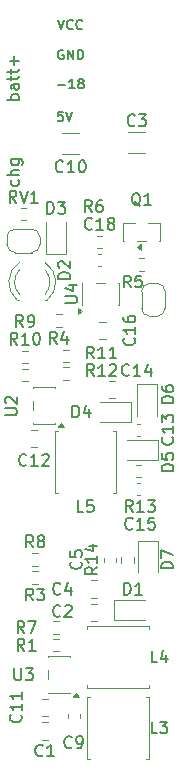
<source format=gbr>
%TF.GenerationSoftware,KiCad,Pcbnew,9.0.5*%
%TF.CreationDate,2025-10-29T21:47:57+01:00*%
%TF.ProjectId,GB_DMG_PSU,47425f44-4d47-45f5-9053-552e6b696361,rev?*%
%TF.SameCoordinates,Original*%
%TF.FileFunction,Legend,Top*%
%TF.FilePolarity,Positive*%
%FSLAX46Y46*%
G04 Gerber Fmt 4.6, Leading zero omitted, Abs format (unit mm)*
G04 Created by KiCad (PCBNEW 9.0.5) date 2025-10-29 21:47:57*
%MOMM*%
%LPD*%
G01*
G04 APERTURE LIST*
%ADD10C,0.200000*%
%ADD11C,0.150000*%
%ADD12C,0.120000*%
G04 APERTURE END LIST*
D10*
X74433333Y-32304933D02*
X75042857Y-32304933D01*
X75842856Y-32609695D02*
X75385713Y-32609695D01*
X75614285Y-32609695D02*
X75614285Y-31809695D01*
X75614285Y-31809695D02*
X75538094Y-31923980D01*
X75538094Y-31923980D02*
X75461904Y-32000171D01*
X75461904Y-32000171D02*
X75385713Y-32038266D01*
X76299999Y-32152552D02*
X76223809Y-32114457D01*
X76223809Y-32114457D02*
X76185714Y-32076361D01*
X76185714Y-32076361D02*
X76147618Y-32000171D01*
X76147618Y-32000171D02*
X76147618Y-31962076D01*
X76147618Y-31962076D02*
X76185714Y-31885885D01*
X76185714Y-31885885D02*
X76223809Y-31847790D01*
X76223809Y-31847790D02*
X76299999Y-31809695D01*
X76299999Y-31809695D02*
X76452380Y-31809695D01*
X76452380Y-31809695D02*
X76528571Y-31847790D01*
X76528571Y-31847790D02*
X76566666Y-31885885D01*
X76566666Y-31885885D02*
X76604761Y-31962076D01*
X76604761Y-31962076D02*
X76604761Y-32000171D01*
X76604761Y-32000171D02*
X76566666Y-32076361D01*
X76566666Y-32076361D02*
X76528571Y-32114457D01*
X76528571Y-32114457D02*
X76452380Y-32152552D01*
X76452380Y-32152552D02*
X76299999Y-32152552D01*
X76299999Y-32152552D02*
X76223809Y-32190647D01*
X76223809Y-32190647D02*
X76185714Y-32228742D01*
X76185714Y-32228742D02*
X76147618Y-32304933D01*
X76147618Y-32304933D02*
X76147618Y-32457314D01*
X76147618Y-32457314D02*
X76185714Y-32533504D01*
X76185714Y-32533504D02*
X76223809Y-32571600D01*
X76223809Y-32571600D02*
X76299999Y-32609695D01*
X76299999Y-32609695D02*
X76452380Y-32609695D01*
X76452380Y-32609695D02*
X76528571Y-32571600D01*
X76528571Y-32571600D02*
X76566666Y-32533504D01*
X76566666Y-32533504D02*
X76604761Y-32457314D01*
X76604761Y-32457314D02*
X76604761Y-32304933D01*
X76604761Y-32304933D02*
X76566666Y-32228742D01*
X76566666Y-32228742D02*
X76528571Y-32190647D01*
X76528571Y-32190647D02*
X76452380Y-32152552D01*
X74890476Y-29347790D02*
X74814286Y-29309695D01*
X74814286Y-29309695D02*
X74700000Y-29309695D01*
X74700000Y-29309695D02*
X74585714Y-29347790D01*
X74585714Y-29347790D02*
X74509524Y-29423980D01*
X74509524Y-29423980D02*
X74471429Y-29500171D01*
X74471429Y-29500171D02*
X74433333Y-29652552D01*
X74433333Y-29652552D02*
X74433333Y-29766838D01*
X74433333Y-29766838D02*
X74471429Y-29919219D01*
X74471429Y-29919219D02*
X74509524Y-29995409D01*
X74509524Y-29995409D02*
X74585714Y-30071600D01*
X74585714Y-30071600D02*
X74700000Y-30109695D01*
X74700000Y-30109695D02*
X74776191Y-30109695D01*
X74776191Y-30109695D02*
X74890476Y-30071600D01*
X74890476Y-30071600D02*
X74928572Y-30033504D01*
X74928572Y-30033504D02*
X74928572Y-29766838D01*
X74928572Y-29766838D02*
X74776191Y-29766838D01*
X75271429Y-30109695D02*
X75271429Y-29309695D01*
X75271429Y-29309695D02*
X75728572Y-30109695D01*
X75728572Y-30109695D02*
X75728572Y-29309695D01*
X76109524Y-30109695D02*
X76109524Y-29309695D01*
X76109524Y-29309695D02*
X76300000Y-29309695D01*
X76300000Y-29309695D02*
X76414286Y-29347790D01*
X76414286Y-29347790D02*
X76490476Y-29423980D01*
X76490476Y-29423980D02*
X76528571Y-29500171D01*
X76528571Y-29500171D02*
X76566667Y-29652552D01*
X76566667Y-29652552D02*
X76566667Y-29766838D01*
X76566667Y-29766838D02*
X76528571Y-29919219D01*
X76528571Y-29919219D02*
X76490476Y-29995409D01*
X76490476Y-29995409D02*
X76414286Y-30071600D01*
X76414286Y-30071600D02*
X76300000Y-30109695D01*
X76300000Y-30109695D02*
X76109524Y-30109695D01*
X71069600Y-40381578D02*
X71117219Y-40476816D01*
X71117219Y-40476816D02*
X71117219Y-40667292D01*
X71117219Y-40667292D02*
X71069600Y-40762530D01*
X71069600Y-40762530D02*
X71021980Y-40810149D01*
X71021980Y-40810149D02*
X70926742Y-40857768D01*
X70926742Y-40857768D02*
X70641028Y-40857768D01*
X70641028Y-40857768D02*
X70545790Y-40810149D01*
X70545790Y-40810149D02*
X70498171Y-40762530D01*
X70498171Y-40762530D02*
X70450552Y-40667292D01*
X70450552Y-40667292D02*
X70450552Y-40476816D01*
X70450552Y-40476816D02*
X70498171Y-40381578D01*
X71117219Y-39953006D02*
X70117219Y-39953006D01*
X71117219Y-39524435D02*
X70593409Y-39524435D01*
X70593409Y-39524435D02*
X70498171Y-39572054D01*
X70498171Y-39572054D02*
X70450552Y-39667292D01*
X70450552Y-39667292D02*
X70450552Y-39810149D01*
X70450552Y-39810149D02*
X70498171Y-39905387D01*
X70498171Y-39905387D02*
X70545790Y-39953006D01*
X70450552Y-38619673D02*
X71260076Y-38619673D01*
X71260076Y-38619673D02*
X71355314Y-38667292D01*
X71355314Y-38667292D02*
X71402933Y-38714911D01*
X71402933Y-38714911D02*
X71450552Y-38810149D01*
X71450552Y-38810149D02*
X71450552Y-38953006D01*
X71450552Y-38953006D02*
X71402933Y-39048244D01*
X71069600Y-38619673D02*
X71117219Y-38714911D01*
X71117219Y-38714911D02*
X71117219Y-38905387D01*
X71117219Y-38905387D02*
X71069600Y-39000625D01*
X71069600Y-39000625D02*
X71021980Y-39048244D01*
X71021980Y-39048244D02*
X70926742Y-39095863D01*
X70926742Y-39095863D02*
X70641028Y-39095863D01*
X70641028Y-39095863D02*
X70545790Y-39048244D01*
X70545790Y-39048244D02*
X70498171Y-39000625D01*
X70498171Y-39000625D02*
X70450552Y-38905387D01*
X70450552Y-38905387D02*
X70450552Y-38714911D01*
X70450552Y-38714911D02*
X70498171Y-38619673D01*
X74847619Y-34559695D02*
X74466667Y-34559695D01*
X74466667Y-34559695D02*
X74428571Y-34940647D01*
X74428571Y-34940647D02*
X74466667Y-34902552D01*
X74466667Y-34902552D02*
X74542857Y-34864457D01*
X74542857Y-34864457D02*
X74733333Y-34864457D01*
X74733333Y-34864457D02*
X74809524Y-34902552D01*
X74809524Y-34902552D02*
X74847619Y-34940647D01*
X74847619Y-34940647D02*
X74885714Y-35016838D01*
X74885714Y-35016838D02*
X74885714Y-35207314D01*
X74885714Y-35207314D02*
X74847619Y-35283504D01*
X74847619Y-35283504D02*
X74809524Y-35321600D01*
X74809524Y-35321600D02*
X74733333Y-35359695D01*
X74733333Y-35359695D02*
X74542857Y-35359695D01*
X74542857Y-35359695D02*
X74466667Y-35321600D01*
X74466667Y-35321600D02*
X74428571Y-35283504D01*
X75114286Y-34559695D02*
X75380953Y-35359695D01*
X75380953Y-35359695D02*
X75647619Y-34559695D01*
X71117219Y-33583959D02*
X70117219Y-33583959D01*
X70498171Y-33583959D02*
X70450552Y-33488721D01*
X70450552Y-33488721D02*
X70450552Y-33298245D01*
X70450552Y-33298245D02*
X70498171Y-33203007D01*
X70498171Y-33203007D02*
X70545790Y-33155388D01*
X70545790Y-33155388D02*
X70641028Y-33107769D01*
X70641028Y-33107769D02*
X70926742Y-33107769D01*
X70926742Y-33107769D02*
X71021980Y-33155388D01*
X71021980Y-33155388D02*
X71069600Y-33203007D01*
X71069600Y-33203007D02*
X71117219Y-33298245D01*
X71117219Y-33298245D02*
X71117219Y-33488721D01*
X71117219Y-33488721D02*
X71069600Y-33583959D01*
X71117219Y-32250626D02*
X70593409Y-32250626D01*
X70593409Y-32250626D02*
X70498171Y-32298245D01*
X70498171Y-32298245D02*
X70450552Y-32393483D01*
X70450552Y-32393483D02*
X70450552Y-32583959D01*
X70450552Y-32583959D02*
X70498171Y-32679197D01*
X71069600Y-32250626D02*
X71117219Y-32345864D01*
X71117219Y-32345864D02*
X71117219Y-32583959D01*
X71117219Y-32583959D02*
X71069600Y-32679197D01*
X71069600Y-32679197D02*
X70974361Y-32726816D01*
X70974361Y-32726816D02*
X70879123Y-32726816D01*
X70879123Y-32726816D02*
X70783885Y-32679197D01*
X70783885Y-32679197D02*
X70736266Y-32583959D01*
X70736266Y-32583959D02*
X70736266Y-32345864D01*
X70736266Y-32345864D02*
X70688647Y-32250626D01*
X70450552Y-31917292D02*
X70450552Y-31536340D01*
X70117219Y-31774435D02*
X70974361Y-31774435D01*
X70974361Y-31774435D02*
X71069600Y-31726816D01*
X71069600Y-31726816D02*
X71117219Y-31631578D01*
X71117219Y-31631578D02*
X71117219Y-31536340D01*
X70450552Y-31345863D02*
X70450552Y-30964911D01*
X70117219Y-31203006D02*
X70974361Y-31203006D01*
X70974361Y-31203006D02*
X71069600Y-31155387D01*
X71069600Y-31155387D02*
X71117219Y-31060149D01*
X71117219Y-31060149D02*
X71117219Y-30964911D01*
X70736266Y-30631577D02*
X70736266Y-29869673D01*
X71117219Y-30250625D02*
X70355314Y-30250625D01*
X74433333Y-26809695D02*
X74700000Y-27609695D01*
X74700000Y-27609695D02*
X74966666Y-26809695D01*
X75690476Y-27533504D02*
X75652380Y-27571600D01*
X75652380Y-27571600D02*
X75538095Y-27609695D01*
X75538095Y-27609695D02*
X75461904Y-27609695D01*
X75461904Y-27609695D02*
X75347618Y-27571600D01*
X75347618Y-27571600D02*
X75271428Y-27495409D01*
X75271428Y-27495409D02*
X75233333Y-27419219D01*
X75233333Y-27419219D02*
X75195237Y-27266838D01*
X75195237Y-27266838D02*
X75195237Y-27152552D01*
X75195237Y-27152552D02*
X75233333Y-27000171D01*
X75233333Y-27000171D02*
X75271428Y-26923980D01*
X75271428Y-26923980D02*
X75347618Y-26847790D01*
X75347618Y-26847790D02*
X75461904Y-26809695D01*
X75461904Y-26809695D02*
X75538095Y-26809695D01*
X75538095Y-26809695D02*
X75652380Y-26847790D01*
X75652380Y-26847790D02*
X75690476Y-26885885D01*
X76490476Y-27533504D02*
X76452380Y-27571600D01*
X76452380Y-27571600D02*
X76338095Y-27609695D01*
X76338095Y-27609695D02*
X76261904Y-27609695D01*
X76261904Y-27609695D02*
X76147618Y-27571600D01*
X76147618Y-27571600D02*
X76071428Y-27495409D01*
X76071428Y-27495409D02*
X76033333Y-27419219D01*
X76033333Y-27419219D02*
X75995237Y-27266838D01*
X75995237Y-27266838D02*
X75995237Y-27152552D01*
X75995237Y-27152552D02*
X76033333Y-27000171D01*
X76033333Y-27000171D02*
X76071428Y-26923980D01*
X76071428Y-26923980D02*
X76147618Y-26847790D01*
X76147618Y-26847790D02*
X76261904Y-26809695D01*
X76261904Y-26809695D02*
X76338095Y-26809695D01*
X76338095Y-26809695D02*
X76452380Y-26847790D01*
X76452380Y-26847790D02*
X76490476Y-26885885D01*
D11*
X80933333Y-35709580D02*
X80885714Y-35757200D01*
X80885714Y-35757200D02*
X80742857Y-35804819D01*
X80742857Y-35804819D02*
X80647619Y-35804819D01*
X80647619Y-35804819D02*
X80504762Y-35757200D01*
X80504762Y-35757200D02*
X80409524Y-35661961D01*
X80409524Y-35661961D02*
X80361905Y-35566723D01*
X80361905Y-35566723D02*
X80314286Y-35376247D01*
X80314286Y-35376247D02*
X80314286Y-35233390D01*
X80314286Y-35233390D02*
X80361905Y-35042914D01*
X80361905Y-35042914D02*
X80409524Y-34947676D01*
X80409524Y-34947676D02*
X80504762Y-34852438D01*
X80504762Y-34852438D02*
X80647619Y-34804819D01*
X80647619Y-34804819D02*
X80742857Y-34804819D01*
X80742857Y-34804819D02*
X80885714Y-34852438D01*
X80885714Y-34852438D02*
X80933333Y-34900057D01*
X81266667Y-34804819D02*
X81885714Y-34804819D01*
X81885714Y-34804819D02*
X81552381Y-35185771D01*
X81552381Y-35185771D02*
X81695238Y-35185771D01*
X81695238Y-35185771D02*
X81790476Y-35233390D01*
X81790476Y-35233390D02*
X81838095Y-35281009D01*
X81838095Y-35281009D02*
X81885714Y-35376247D01*
X81885714Y-35376247D02*
X81885714Y-35614342D01*
X81885714Y-35614342D02*
X81838095Y-35709580D01*
X81838095Y-35709580D02*
X81790476Y-35757200D01*
X81790476Y-35757200D02*
X81695238Y-35804819D01*
X81695238Y-35804819D02*
X81409524Y-35804819D01*
X81409524Y-35804819D02*
X81314286Y-35757200D01*
X81314286Y-35757200D02*
X81266667Y-35709580D01*
X76359580Y-72666666D02*
X76407200Y-72714285D01*
X76407200Y-72714285D02*
X76454819Y-72857142D01*
X76454819Y-72857142D02*
X76454819Y-72952380D01*
X76454819Y-72952380D02*
X76407200Y-73095237D01*
X76407200Y-73095237D02*
X76311961Y-73190475D01*
X76311961Y-73190475D02*
X76216723Y-73238094D01*
X76216723Y-73238094D02*
X76026247Y-73285713D01*
X76026247Y-73285713D02*
X75883390Y-73285713D01*
X75883390Y-73285713D02*
X75692914Y-73238094D01*
X75692914Y-73238094D02*
X75597676Y-73190475D01*
X75597676Y-73190475D02*
X75502438Y-73095237D01*
X75502438Y-73095237D02*
X75454819Y-72952380D01*
X75454819Y-72952380D02*
X75454819Y-72857142D01*
X75454819Y-72857142D02*
X75502438Y-72714285D01*
X75502438Y-72714285D02*
X75550057Y-72666666D01*
X75454819Y-71761904D02*
X75454819Y-72238094D01*
X75454819Y-72238094D02*
X75931009Y-72285713D01*
X75931009Y-72285713D02*
X75883390Y-72238094D01*
X75883390Y-72238094D02*
X75835771Y-72142856D01*
X75835771Y-72142856D02*
X75835771Y-71904761D01*
X75835771Y-71904761D02*
X75883390Y-71809523D01*
X75883390Y-71809523D02*
X75931009Y-71761904D01*
X75931009Y-71761904D02*
X76026247Y-71714285D01*
X76026247Y-71714285D02*
X76264342Y-71714285D01*
X76264342Y-71714285D02*
X76359580Y-71761904D01*
X76359580Y-71761904D02*
X76407200Y-71809523D01*
X76407200Y-71809523D02*
X76454819Y-71904761D01*
X76454819Y-71904761D02*
X76454819Y-72142856D01*
X76454819Y-72142856D02*
X76407200Y-72238094D01*
X76407200Y-72238094D02*
X76359580Y-72285713D01*
X80457142Y-56859580D02*
X80409523Y-56907200D01*
X80409523Y-56907200D02*
X80266666Y-56954819D01*
X80266666Y-56954819D02*
X80171428Y-56954819D01*
X80171428Y-56954819D02*
X80028571Y-56907200D01*
X80028571Y-56907200D02*
X79933333Y-56811961D01*
X79933333Y-56811961D02*
X79885714Y-56716723D01*
X79885714Y-56716723D02*
X79838095Y-56526247D01*
X79838095Y-56526247D02*
X79838095Y-56383390D01*
X79838095Y-56383390D02*
X79885714Y-56192914D01*
X79885714Y-56192914D02*
X79933333Y-56097676D01*
X79933333Y-56097676D02*
X80028571Y-56002438D01*
X80028571Y-56002438D02*
X80171428Y-55954819D01*
X80171428Y-55954819D02*
X80266666Y-55954819D01*
X80266666Y-55954819D02*
X80409523Y-56002438D01*
X80409523Y-56002438D02*
X80457142Y-56050057D01*
X81409523Y-56954819D02*
X80838095Y-56954819D01*
X81123809Y-56954819D02*
X81123809Y-55954819D01*
X81123809Y-55954819D02*
X81028571Y-56097676D01*
X81028571Y-56097676D02*
X80933333Y-56192914D01*
X80933333Y-56192914D02*
X80838095Y-56240533D01*
X82266666Y-56288152D02*
X82266666Y-56954819D01*
X82028571Y-55907200D02*
X81790476Y-56621485D01*
X81790476Y-56621485D02*
X82409523Y-56621485D01*
X80740490Y-69859580D02*
X80692871Y-69907200D01*
X80692871Y-69907200D02*
X80550014Y-69954819D01*
X80550014Y-69954819D02*
X80454776Y-69954819D01*
X80454776Y-69954819D02*
X80311919Y-69907200D01*
X80311919Y-69907200D02*
X80216681Y-69811961D01*
X80216681Y-69811961D02*
X80169062Y-69716723D01*
X80169062Y-69716723D02*
X80121443Y-69526247D01*
X80121443Y-69526247D02*
X80121443Y-69383390D01*
X80121443Y-69383390D02*
X80169062Y-69192914D01*
X80169062Y-69192914D02*
X80216681Y-69097676D01*
X80216681Y-69097676D02*
X80311919Y-69002438D01*
X80311919Y-69002438D02*
X80454776Y-68954819D01*
X80454776Y-68954819D02*
X80550014Y-68954819D01*
X80550014Y-68954819D02*
X80692871Y-69002438D01*
X80692871Y-69002438D02*
X80740490Y-69050057D01*
X81692871Y-69954819D02*
X81121443Y-69954819D01*
X81407157Y-69954819D02*
X81407157Y-68954819D01*
X81407157Y-68954819D02*
X81311919Y-69097676D01*
X81311919Y-69097676D02*
X81216681Y-69192914D01*
X81216681Y-69192914D02*
X81121443Y-69240533D01*
X82597633Y-68954819D02*
X82121443Y-68954819D01*
X82121443Y-68954819D02*
X82073824Y-69431009D01*
X82073824Y-69431009D02*
X82121443Y-69383390D01*
X82121443Y-69383390D02*
X82216681Y-69335771D01*
X82216681Y-69335771D02*
X82454776Y-69335771D01*
X82454776Y-69335771D02*
X82550014Y-69383390D01*
X82550014Y-69383390D02*
X82597633Y-69431009D01*
X82597633Y-69431009D02*
X82645252Y-69526247D01*
X82645252Y-69526247D02*
X82645252Y-69764342D01*
X82645252Y-69764342D02*
X82597633Y-69859580D01*
X82597633Y-69859580D02*
X82550014Y-69907200D01*
X82550014Y-69907200D02*
X82454776Y-69954819D01*
X82454776Y-69954819D02*
X82216681Y-69954819D01*
X82216681Y-69954819D02*
X82121443Y-69907200D01*
X82121443Y-69907200D02*
X82073824Y-69859580D01*
X84154819Y-73238094D02*
X83154819Y-73238094D01*
X83154819Y-73238094D02*
X83154819Y-72999999D01*
X83154819Y-72999999D02*
X83202438Y-72857142D01*
X83202438Y-72857142D02*
X83297676Y-72761904D01*
X83297676Y-72761904D02*
X83392914Y-72714285D01*
X83392914Y-72714285D02*
X83583390Y-72666666D01*
X83583390Y-72666666D02*
X83726247Y-72666666D01*
X83726247Y-72666666D02*
X83916723Y-72714285D01*
X83916723Y-72714285D02*
X84011961Y-72761904D01*
X84011961Y-72761904D02*
X84107200Y-72857142D01*
X84107200Y-72857142D02*
X84154819Y-72999999D01*
X84154819Y-72999999D02*
X84154819Y-73238094D01*
X83154819Y-72333332D02*
X83154819Y-71666666D01*
X83154819Y-71666666D02*
X84154819Y-72095237D01*
X73511905Y-43204819D02*
X73511905Y-42204819D01*
X73511905Y-42204819D02*
X73750000Y-42204819D01*
X73750000Y-42204819D02*
X73892857Y-42252438D01*
X73892857Y-42252438D02*
X73988095Y-42347676D01*
X73988095Y-42347676D02*
X74035714Y-42442914D01*
X74035714Y-42442914D02*
X74083333Y-42633390D01*
X74083333Y-42633390D02*
X74083333Y-42776247D01*
X74083333Y-42776247D02*
X74035714Y-42966723D01*
X74035714Y-42966723D02*
X73988095Y-43061961D01*
X73988095Y-43061961D02*
X73892857Y-43157200D01*
X73892857Y-43157200D02*
X73750000Y-43204819D01*
X73750000Y-43204819D02*
X73511905Y-43204819D01*
X74416667Y-42204819D02*
X75035714Y-42204819D01*
X75035714Y-42204819D02*
X74702381Y-42585771D01*
X74702381Y-42585771D02*
X74845238Y-42585771D01*
X74845238Y-42585771D02*
X74940476Y-42633390D01*
X74940476Y-42633390D02*
X74988095Y-42681009D01*
X74988095Y-42681009D02*
X75035714Y-42776247D01*
X75035714Y-42776247D02*
X75035714Y-43014342D01*
X75035714Y-43014342D02*
X74988095Y-43109580D01*
X74988095Y-43109580D02*
X74940476Y-43157200D01*
X74940476Y-43157200D02*
X74845238Y-43204819D01*
X74845238Y-43204819D02*
X74559524Y-43204819D01*
X74559524Y-43204819D02*
X74464286Y-43157200D01*
X74464286Y-43157200D02*
X74416667Y-43109580D01*
X71466681Y-52800645D02*
X71133348Y-52324454D01*
X70895253Y-52800645D02*
X70895253Y-51800645D01*
X70895253Y-51800645D02*
X71276205Y-51800645D01*
X71276205Y-51800645D02*
X71371443Y-51848264D01*
X71371443Y-51848264D02*
X71419062Y-51895883D01*
X71419062Y-51895883D02*
X71466681Y-51991121D01*
X71466681Y-51991121D02*
X71466681Y-52133978D01*
X71466681Y-52133978D02*
X71419062Y-52229216D01*
X71419062Y-52229216D02*
X71371443Y-52276835D01*
X71371443Y-52276835D02*
X71276205Y-52324454D01*
X71276205Y-52324454D02*
X70895253Y-52324454D01*
X71942872Y-52800645D02*
X72133348Y-52800645D01*
X72133348Y-52800645D02*
X72228586Y-52753026D01*
X72228586Y-52753026D02*
X72276205Y-52705406D01*
X72276205Y-52705406D02*
X72371443Y-52562549D01*
X72371443Y-52562549D02*
X72419062Y-52372073D01*
X72419062Y-52372073D02*
X72419062Y-51991121D01*
X72419062Y-51991121D02*
X72371443Y-51895883D01*
X72371443Y-51895883D02*
X72323824Y-51848264D01*
X72323824Y-51848264D02*
X72228586Y-51800645D01*
X72228586Y-51800645D02*
X72038110Y-51800645D01*
X72038110Y-51800645D02*
X71942872Y-51848264D01*
X71942872Y-51848264D02*
X71895253Y-51895883D01*
X71895253Y-51895883D02*
X71847634Y-51991121D01*
X71847634Y-51991121D02*
X71847634Y-52229216D01*
X71847634Y-52229216D02*
X71895253Y-52324454D01*
X71895253Y-52324454D02*
X71942872Y-52372073D01*
X71942872Y-52372073D02*
X72038110Y-52419692D01*
X72038110Y-52419692D02*
X72228586Y-52419692D01*
X72228586Y-52419692D02*
X72323824Y-52372073D01*
X72323824Y-52372073D02*
X72371443Y-52324454D01*
X72371443Y-52324454D02*
X72419062Y-52229216D01*
X80011905Y-75454819D02*
X80011905Y-74454819D01*
X80011905Y-74454819D02*
X80250000Y-74454819D01*
X80250000Y-74454819D02*
X80392857Y-74502438D01*
X80392857Y-74502438D02*
X80488095Y-74597676D01*
X80488095Y-74597676D02*
X80535714Y-74692914D01*
X80535714Y-74692914D02*
X80583333Y-74883390D01*
X80583333Y-74883390D02*
X80583333Y-75026247D01*
X80583333Y-75026247D02*
X80535714Y-75216723D01*
X80535714Y-75216723D02*
X80488095Y-75311961D01*
X80488095Y-75311961D02*
X80392857Y-75407200D01*
X80392857Y-75407200D02*
X80250000Y-75454819D01*
X80250000Y-75454819D02*
X80011905Y-75454819D01*
X81535714Y-75454819D02*
X80964286Y-75454819D01*
X81250000Y-75454819D02*
X81250000Y-74454819D01*
X81250000Y-74454819D02*
X81154762Y-74597676D01*
X81154762Y-74597676D02*
X81059524Y-74692914D01*
X81059524Y-74692914D02*
X80964286Y-74740533D01*
X76583333Y-68454819D02*
X76107143Y-68454819D01*
X76107143Y-68454819D02*
X76107143Y-67454819D01*
X77392857Y-67454819D02*
X76916667Y-67454819D01*
X76916667Y-67454819D02*
X76869048Y-67931009D01*
X76869048Y-67931009D02*
X76916667Y-67883390D01*
X76916667Y-67883390D02*
X77011905Y-67835771D01*
X77011905Y-67835771D02*
X77250000Y-67835771D01*
X77250000Y-67835771D02*
X77345238Y-67883390D01*
X77345238Y-67883390D02*
X77392857Y-67931009D01*
X77392857Y-67931009D02*
X77440476Y-68026247D01*
X77440476Y-68026247D02*
X77440476Y-68264342D01*
X77440476Y-68264342D02*
X77392857Y-68359580D01*
X77392857Y-68359580D02*
X77345238Y-68407200D01*
X77345238Y-68407200D02*
X77250000Y-68454819D01*
X77250000Y-68454819D02*
X77011905Y-68454819D01*
X77011905Y-68454819D02*
X76916667Y-68407200D01*
X76916667Y-68407200D02*
X76869048Y-68359580D01*
X71757142Y-64459580D02*
X71709523Y-64507200D01*
X71709523Y-64507200D02*
X71566666Y-64554819D01*
X71566666Y-64554819D02*
X71471428Y-64554819D01*
X71471428Y-64554819D02*
X71328571Y-64507200D01*
X71328571Y-64507200D02*
X71233333Y-64411961D01*
X71233333Y-64411961D02*
X71185714Y-64316723D01*
X71185714Y-64316723D02*
X71138095Y-64126247D01*
X71138095Y-64126247D02*
X71138095Y-63983390D01*
X71138095Y-63983390D02*
X71185714Y-63792914D01*
X71185714Y-63792914D02*
X71233333Y-63697676D01*
X71233333Y-63697676D02*
X71328571Y-63602438D01*
X71328571Y-63602438D02*
X71471428Y-63554819D01*
X71471428Y-63554819D02*
X71566666Y-63554819D01*
X71566666Y-63554819D02*
X71709523Y-63602438D01*
X71709523Y-63602438D02*
X71757142Y-63650057D01*
X72709523Y-64554819D02*
X72138095Y-64554819D01*
X72423809Y-64554819D02*
X72423809Y-63554819D01*
X72423809Y-63554819D02*
X72328571Y-63697676D01*
X72328571Y-63697676D02*
X72233333Y-63792914D01*
X72233333Y-63792914D02*
X72138095Y-63840533D01*
X73090476Y-63650057D02*
X73138095Y-63602438D01*
X73138095Y-63602438D02*
X73233333Y-63554819D01*
X73233333Y-63554819D02*
X73471428Y-63554819D01*
X73471428Y-63554819D02*
X73566666Y-63602438D01*
X73566666Y-63602438D02*
X73614285Y-63650057D01*
X73614285Y-63650057D02*
X73661904Y-63745295D01*
X73661904Y-63745295D02*
X73661904Y-63840533D01*
X73661904Y-63840533D02*
X73614285Y-63983390D01*
X73614285Y-63983390D02*
X73042857Y-64554819D01*
X73042857Y-64554819D02*
X73661904Y-64554819D01*
X74633333Y-75359580D02*
X74585714Y-75407200D01*
X74585714Y-75407200D02*
X74442857Y-75454819D01*
X74442857Y-75454819D02*
X74347619Y-75454819D01*
X74347619Y-75454819D02*
X74204762Y-75407200D01*
X74204762Y-75407200D02*
X74109524Y-75311961D01*
X74109524Y-75311961D02*
X74061905Y-75216723D01*
X74061905Y-75216723D02*
X74014286Y-75026247D01*
X74014286Y-75026247D02*
X74014286Y-74883390D01*
X74014286Y-74883390D02*
X74061905Y-74692914D01*
X74061905Y-74692914D02*
X74109524Y-74597676D01*
X74109524Y-74597676D02*
X74204762Y-74502438D01*
X74204762Y-74502438D02*
X74347619Y-74454819D01*
X74347619Y-74454819D02*
X74442857Y-74454819D01*
X74442857Y-74454819D02*
X74585714Y-74502438D01*
X74585714Y-74502438D02*
X74633333Y-74550057D01*
X75490476Y-74788152D02*
X75490476Y-75454819D01*
X75252381Y-74407200D02*
X75014286Y-75121485D01*
X75014286Y-75121485D02*
X75633333Y-75121485D01*
X84109580Y-62142857D02*
X84157200Y-62190476D01*
X84157200Y-62190476D02*
X84204819Y-62333333D01*
X84204819Y-62333333D02*
X84204819Y-62428571D01*
X84204819Y-62428571D02*
X84157200Y-62571428D01*
X84157200Y-62571428D02*
X84061961Y-62666666D01*
X84061961Y-62666666D02*
X83966723Y-62714285D01*
X83966723Y-62714285D02*
X83776247Y-62761904D01*
X83776247Y-62761904D02*
X83633390Y-62761904D01*
X83633390Y-62761904D02*
X83442914Y-62714285D01*
X83442914Y-62714285D02*
X83347676Y-62666666D01*
X83347676Y-62666666D02*
X83252438Y-62571428D01*
X83252438Y-62571428D02*
X83204819Y-62428571D01*
X83204819Y-62428571D02*
X83204819Y-62333333D01*
X83204819Y-62333333D02*
X83252438Y-62190476D01*
X83252438Y-62190476D02*
X83300057Y-62142857D01*
X84204819Y-61190476D02*
X84204819Y-61761904D01*
X84204819Y-61476190D02*
X83204819Y-61476190D01*
X83204819Y-61476190D02*
X83347676Y-61571428D01*
X83347676Y-61571428D02*
X83442914Y-61666666D01*
X83442914Y-61666666D02*
X83490533Y-61761904D01*
X83204819Y-60857142D02*
X83204819Y-60238095D01*
X83204819Y-60238095D02*
X83585771Y-60571428D01*
X83585771Y-60571428D02*
X83585771Y-60428571D01*
X83585771Y-60428571D02*
X83633390Y-60333333D01*
X83633390Y-60333333D02*
X83681009Y-60285714D01*
X83681009Y-60285714D02*
X83776247Y-60238095D01*
X83776247Y-60238095D02*
X84014342Y-60238095D01*
X84014342Y-60238095D02*
X84109580Y-60285714D01*
X84109580Y-60285714D02*
X84157200Y-60333333D01*
X84157200Y-60333333D02*
X84204819Y-60428571D01*
X84204819Y-60428571D02*
X84204819Y-60714285D01*
X84204819Y-60714285D02*
X84157200Y-60809523D01*
X84157200Y-60809523D02*
X84109580Y-60857142D01*
X74333333Y-54204819D02*
X74000000Y-53728628D01*
X73761905Y-54204819D02*
X73761905Y-53204819D01*
X73761905Y-53204819D02*
X74142857Y-53204819D01*
X74142857Y-53204819D02*
X74238095Y-53252438D01*
X74238095Y-53252438D02*
X74285714Y-53300057D01*
X74285714Y-53300057D02*
X74333333Y-53395295D01*
X74333333Y-53395295D02*
X74333333Y-53538152D01*
X74333333Y-53538152D02*
X74285714Y-53633390D01*
X74285714Y-53633390D02*
X74238095Y-53681009D01*
X74238095Y-53681009D02*
X74142857Y-53728628D01*
X74142857Y-53728628D02*
X73761905Y-53728628D01*
X75190476Y-53538152D02*
X75190476Y-54204819D01*
X74952381Y-53157200D02*
X74714286Y-53871485D01*
X74714286Y-53871485D02*
X75333333Y-53871485D01*
X81404761Y-42550057D02*
X81309523Y-42502438D01*
X81309523Y-42502438D02*
X81214285Y-42407200D01*
X81214285Y-42407200D02*
X81071428Y-42264342D01*
X81071428Y-42264342D02*
X80976190Y-42216723D01*
X80976190Y-42216723D02*
X80880952Y-42216723D01*
X80928571Y-42454819D02*
X80833333Y-42407200D01*
X80833333Y-42407200D02*
X80738095Y-42311961D01*
X80738095Y-42311961D02*
X80690476Y-42121485D01*
X80690476Y-42121485D02*
X80690476Y-41788152D01*
X80690476Y-41788152D02*
X80738095Y-41597676D01*
X80738095Y-41597676D02*
X80833333Y-41502438D01*
X80833333Y-41502438D02*
X80928571Y-41454819D01*
X80928571Y-41454819D02*
X81119047Y-41454819D01*
X81119047Y-41454819D02*
X81214285Y-41502438D01*
X81214285Y-41502438D02*
X81309523Y-41597676D01*
X81309523Y-41597676D02*
X81357142Y-41788152D01*
X81357142Y-41788152D02*
X81357142Y-42121485D01*
X81357142Y-42121485D02*
X81309523Y-42311961D01*
X81309523Y-42311961D02*
X81214285Y-42407200D01*
X81214285Y-42407200D02*
X81119047Y-42454819D01*
X81119047Y-42454819D02*
X80928571Y-42454819D01*
X82309523Y-42454819D02*
X81738095Y-42454819D01*
X82023809Y-42454819D02*
X82023809Y-41454819D01*
X82023809Y-41454819D02*
X81928571Y-41597676D01*
X81928571Y-41597676D02*
X81833333Y-41692914D01*
X81833333Y-41692914D02*
X81738095Y-41740533D01*
X80583333Y-49454819D02*
X80250000Y-48978628D01*
X80011905Y-49454819D02*
X80011905Y-48454819D01*
X80011905Y-48454819D02*
X80392857Y-48454819D01*
X80392857Y-48454819D02*
X80488095Y-48502438D01*
X80488095Y-48502438D02*
X80535714Y-48550057D01*
X80535714Y-48550057D02*
X80583333Y-48645295D01*
X80583333Y-48645295D02*
X80583333Y-48788152D01*
X80583333Y-48788152D02*
X80535714Y-48883390D01*
X80535714Y-48883390D02*
X80488095Y-48931009D01*
X80488095Y-48931009D02*
X80392857Y-48978628D01*
X80392857Y-48978628D02*
X80011905Y-48978628D01*
X81488095Y-48454819D02*
X81011905Y-48454819D01*
X81011905Y-48454819D02*
X80964286Y-48931009D01*
X80964286Y-48931009D02*
X81011905Y-48883390D01*
X81011905Y-48883390D02*
X81107143Y-48835771D01*
X81107143Y-48835771D02*
X81345238Y-48835771D01*
X81345238Y-48835771D02*
X81440476Y-48883390D01*
X81440476Y-48883390D02*
X81488095Y-48931009D01*
X81488095Y-48931009D02*
X81535714Y-49026247D01*
X81535714Y-49026247D02*
X81535714Y-49264342D01*
X81535714Y-49264342D02*
X81488095Y-49359580D01*
X81488095Y-49359580D02*
X81440476Y-49407200D01*
X81440476Y-49407200D02*
X81345238Y-49454819D01*
X81345238Y-49454819D02*
X81107143Y-49454819D01*
X81107143Y-49454819D02*
X81011905Y-49407200D01*
X81011905Y-49407200D02*
X80964286Y-49359580D01*
X82833333Y-81204819D02*
X82357143Y-81204819D01*
X82357143Y-81204819D02*
X82357143Y-80204819D01*
X83595238Y-80538152D02*
X83595238Y-81204819D01*
X83357143Y-80157200D02*
X83119048Y-80871485D01*
X83119048Y-80871485D02*
X83738095Y-80871485D01*
X74857142Y-39609580D02*
X74809523Y-39657200D01*
X74809523Y-39657200D02*
X74666666Y-39704819D01*
X74666666Y-39704819D02*
X74571428Y-39704819D01*
X74571428Y-39704819D02*
X74428571Y-39657200D01*
X74428571Y-39657200D02*
X74333333Y-39561961D01*
X74333333Y-39561961D02*
X74285714Y-39466723D01*
X74285714Y-39466723D02*
X74238095Y-39276247D01*
X74238095Y-39276247D02*
X74238095Y-39133390D01*
X74238095Y-39133390D02*
X74285714Y-38942914D01*
X74285714Y-38942914D02*
X74333333Y-38847676D01*
X74333333Y-38847676D02*
X74428571Y-38752438D01*
X74428571Y-38752438D02*
X74571428Y-38704819D01*
X74571428Y-38704819D02*
X74666666Y-38704819D01*
X74666666Y-38704819D02*
X74809523Y-38752438D01*
X74809523Y-38752438D02*
X74857142Y-38800057D01*
X75809523Y-39704819D02*
X75238095Y-39704819D01*
X75523809Y-39704819D02*
X75523809Y-38704819D01*
X75523809Y-38704819D02*
X75428571Y-38847676D01*
X75428571Y-38847676D02*
X75333333Y-38942914D01*
X75333333Y-38942914D02*
X75238095Y-38990533D01*
X76428571Y-38704819D02*
X76523809Y-38704819D01*
X76523809Y-38704819D02*
X76619047Y-38752438D01*
X76619047Y-38752438D02*
X76666666Y-38800057D01*
X76666666Y-38800057D02*
X76714285Y-38895295D01*
X76714285Y-38895295D02*
X76761904Y-39085771D01*
X76761904Y-39085771D02*
X76761904Y-39323866D01*
X76761904Y-39323866D02*
X76714285Y-39514342D01*
X76714285Y-39514342D02*
X76666666Y-39609580D01*
X76666666Y-39609580D02*
X76619047Y-39657200D01*
X76619047Y-39657200D02*
X76523809Y-39704819D01*
X76523809Y-39704819D02*
X76428571Y-39704819D01*
X76428571Y-39704819D02*
X76333333Y-39657200D01*
X76333333Y-39657200D02*
X76285714Y-39609580D01*
X76285714Y-39609580D02*
X76238095Y-39514342D01*
X76238095Y-39514342D02*
X76190476Y-39323866D01*
X76190476Y-39323866D02*
X76190476Y-39085771D01*
X76190476Y-39085771D02*
X76238095Y-38895295D01*
X76238095Y-38895295D02*
X76285714Y-38800057D01*
X76285714Y-38800057D02*
X76333333Y-38752438D01*
X76333333Y-38752438D02*
X76428571Y-38704819D01*
X70904761Y-42274819D02*
X70571428Y-41798628D01*
X70333333Y-42274819D02*
X70333333Y-41274819D01*
X70333333Y-41274819D02*
X70714285Y-41274819D01*
X70714285Y-41274819D02*
X70809523Y-41322438D01*
X70809523Y-41322438D02*
X70857142Y-41370057D01*
X70857142Y-41370057D02*
X70904761Y-41465295D01*
X70904761Y-41465295D02*
X70904761Y-41608152D01*
X70904761Y-41608152D02*
X70857142Y-41703390D01*
X70857142Y-41703390D02*
X70809523Y-41751009D01*
X70809523Y-41751009D02*
X70714285Y-41798628D01*
X70714285Y-41798628D02*
X70333333Y-41798628D01*
X71190476Y-41274819D02*
X71523809Y-42274819D01*
X71523809Y-42274819D02*
X71857142Y-41274819D01*
X72714285Y-42274819D02*
X72142857Y-42274819D01*
X72428571Y-42274819D02*
X72428571Y-41274819D01*
X72428571Y-41274819D02*
X72333333Y-41417676D01*
X72333333Y-41417676D02*
X72238095Y-41512914D01*
X72238095Y-41512914D02*
X72142857Y-41560533D01*
X75454819Y-48738094D02*
X74454819Y-48738094D01*
X74454819Y-48738094D02*
X74454819Y-48499999D01*
X74454819Y-48499999D02*
X74502438Y-48357142D01*
X74502438Y-48357142D02*
X74597676Y-48261904D01*
X74597676Y-48261904D02*
X74692914Y-48214285D01*
X74692914Y-48214285D02*
X74883390Y-48166666D01*
X74883390Y-48166666D02*
X75026247Y-48166666D01*
X75026247Y-48166666D02*
X75216723Y-48214285D01*
X75216723Y-48214285D02*
X75311961Y-48261904D01*
X75311961Y-48261904D02*
X75407200Y-48357142D01*
X75407200Y-48357142D02*
X75454819Y-48499999D01*
X75454819Y-48499999D02*
X75454819Y-48738094D01*
X74550057Y-47785713D02*
X74502438Y-47738094D01*
X74502438Y-47738094D02*
X74454819Y-47642856D01*
X74454819Y-47642856D02*
X74454819Y-47404761D01*
X74454819Y-47404761D02*
X74502438Y-47309523D01*
X74502438Y-47309523D02*
X74550057Y-47261904D01*
X74550057Y-47261904D02*
X74645295Y-47214285D01*
X74645295Y-47214285D02*
X74740533Y-47214285D01*
X74740533Y-47214285D02*
X74883390Y-47261904D01*
X74883390Y-47261904D02*
X75454819Y-47833332D01*
X75454819Y-47833332D02*
X75454819Y-47214285D01*
X77457142Y-56954819D02*
X77123809Y-56478628D01*
X76885714Y-56954819D02*
X76885714Y-55954819D01*
X76885714Y-55954819D02*
X77266666Y-55954819D01*
X77266666Y-55954819D02*
X77361904Y-56002438D01*
X77361904Y-56002438D02*
X77409523Y-56050057D01*
X77409523Y-56050057D02*
X77457142Y-56145295D01*
X77457142Y-56145295D02*
X77457142Y-56288152D01*
X77457142Y-56288152D02*
X77409523Y-56383390D01*
X77409523Y-56383390D02*
X77361904Y-56431009D01*
X77361904Y-56431009D02*
X77266666Y-56478628D01*
X77266666Y-56478628D02*
X76885714Y-56478628D01*
X78409523Y-56954819D02*
X77838095Y-56954819D01*
X78123809Y-56954819D02*
X78123809Y-55954819D01*
X78123809Y-55954819D02*
X78028571Y-56097676D01*
X78028571Y-56097676D02*
X77933333Y-56192914D01*
X77933333Y-56192914D02*
X77838095Y-56240533D01*
X78790476Y-56050057D02*
X78838095Y-56002438D01*
X78838095Y-56002438D02*
X78933333Y-55954819D01*
X78933333Y-55954819D02*
X79171428Y-55954819D01*
X79171428Y-55954819D02*
X79266666Y-56002438D01*
X79266666Y-56002438D02*
X79314285Y-56050057D01*
X79314285Y-56050057D02*
X79361904Y-56145295D01*
X79361904Y-56145295D02*
X79361904Y-56240533D01*
X79361904Y-56240533D02*
X79314285Y-56383390D01*
X79314285Y-56383390D02*
X78742857Y-56954819D01*
X78742857Y-56954819D02*
X79361904Y-56954819D01*
X80859580Y-53742857D02*
X80907200Y-53790476D01*
X80907200Y-53790476D02*
X80954819Y-53933333D01*
X80954819Y-53933333D02*
X80954819Y-54028571D01*
X80954819Y-54028571D02*
X80907200Y-54171428D01*
X80907200Y-54171428D02*
X80811961Y-54266666D01*
X80811961Y-54266666D02*
X80716723Y-54314285D01*
X80716723Y-54314285D02*
X80526247Y-54361904D01*
X80526247Y-54361904D02*
X80383390Y-54361904D01*
X80383390Y-54361904D02*
X80192914Y-54314285D01*
X80192914Y-54314285D02*
X80097676Y-54266666D01*
X80097676Y-54266666D02*
X80002438Y-54171428D01*
X80002438Y-54171428D02*
X79954819Y-54028571D01*
X79954819Y-54028571D02*
X79954819Y-53933333D01*
X79954819Y-53933333D02*
X80002438Y-53790476D01*
X80002438Y-53790476D02*
X80050057Y-53742857D01*
X80954819Y-52790476D02*
X80954819Y-53361904D01*
X80954819Y-53076190D02*
X79954819Y-53076190D01*
X79954819Y-53076190D02*
X80097676Y-53171428D01*
X80097676Y-53171428D02*
X80192914Y-53266666D01*
X80192914Y-53266666D02*
X80240533Y-53361904D01*
X79954819Y-51933333D02*
X79954819Y-52123809D01*
X79954819Y-52123809D02*
X80002438Y-52219047D01*
X80002438Y-52219047D02*
X80050057Y-52266666D01*
X80050057Y-52266666D02*
X80192914Y-52361904D01*
X80192914Y-52361904D02*
X80383390Y-52409523D01*
X80383390Y-52409523D02*
X80764342Y-52409523D01*
X80764342Y-52409523D02*
X80859580Y-52361904D01*
X80859580Y-52361904D02*
X80907200Y-52314285D01*
X80907200Y-52314285D02*
X80954819Y-52219047D01*
X80954819Y-52219047D02*
X80954819Y-52028571D01*
X80954819Y-52028571D02*
X80907200Y-51933333D01*
X80907200Y-51933333D02*
X80859580Y-51885714D01*
X80859580Y-51885714D02*
X80764342Y-51838095D01*
X80764342Y-51838095D02*
X80526247Y-51838095D01*
X80526247Y-51838095D02*
X80431009Y-51885714D01*
X80431009Y-51885714D02*
X80383390Y-51933333D01*
X80383390Y-51933333D02*
X80335771Y-52028571D01*
X80335771Y-52028571D02*
X80335771Y-52219047D01*
X80335771Y-52219047D02*
X80383390Y-52314285D01*
X80383390Y-52314285D02*
X80431009Y-52361904D01*
X80431009Y-52361904D02*
X80526247Y-52409523D01*
X72333333Y-71454819D02*
X72000000Y-70978628D01*
X71761905Y-71454819D02*
X71761905Y-70454819D01*
X71761905Y-70454819D02*
X72142857Y-70454819D01*
X72142857Y-70454819D02*
X72238095Y-70502438D01*
X72238095Y-70502438D02*
X72285714Y-70550057D01*
X72285714Y-70550057D02*
X72333333Y-70645295D01*
X72333333Y-70645295D02*
X72333333Y-70788152D01*
X72333333Y-70788152D02*
X72285714Y-70883390D01*
X72285714Y-70883390D02*
X72238095Y-70931009D01*
X72238095Y-70931009D02*
X72142857Y-70978628D01*
X72142857Y-70978628D02*
X71761905Y-70978628D01*
X72904762Y-70883390D02*
X72809524Y-70835771D01*
X72809524Y-70835771D02*
X72761905Y-70788152D01*
X72761905Y-70788152D02*
X72714286Y-70692914D01*
X72714286Y-70692914D02*
X72714286Y-70645295D01*
X72714286Y-70645295D02*
X72761905Y-70550057D01*
X72761905Y-70550057D02*
X72809524Y-70502438D01*
X72809524Y-70502438D02*
X72904762Y-70454819D01*
X72904762Y-70454819D02*
X73095238Y-70454819D01*
X73095238Y-70454819D02*
X73190476Y-70502438D01*
X73190476Y-70502438D02*
X73238095Y-70550057D01*
X73238095Y-70550057D02*
X73285714Y-70645295D01*
X73285714Y-70645295D02*
X73285714Y-70692914D01*
X73285714Y-70692914D02*
X73238095Y-70788152D01*
X73238095Y-70788152D02*
X73190476Y-70835771D01*
X73190476Y-70835771D02*
X73095238Y-70883390D01*
X73095238Y-70883390D02*
X72904762Y-70883390D01*
X72904762Y-70883390D02*
X72809524Y-70931009D01*
X72809524Y-70931009D02*
X72761905Y-70978628D01*
X72761905Y-70978628D02*
X72714286Y-71073866D01*
X72714286Y-71073866D02*
X72714286Y-71264342D01*
X72714286Y-71264342D02*
X72761905Y-71359580D01*
X72761905Y-71359580D02*
X72809524Y-71407200D01*
X72809524Y-71407200D02*
X72904762Y-71454819D01*
X72904762Y-71454819D02*
X73095238Y-71454819D01*
X73095238Y-71454819D02*
X73190476Y-71407200D01*
X73190476Y-71407200D02*
X73238095Y-71359580D01*
X73238095Y-71359580D02*
X73285714Y-71264342D01*
X73285714Y-71264342D02*
X73285714Y-71073866D01*
X73285714Y-71073866D02*
X73238095Y-70978628D01*
X73238095Y-70978628D02*
X73190476Y-70931009D01*
X73190476Y-70931009D02*
X73095238Y-70883390D01*
X77754819Y-73142857D02*
X77278628Y-73476190D01*
X77754819Y-73714285D02*
X76754819Y-73714285D01*
X76754819Y-73714285D02*
X76754819Y-73333333D01*
X76754819Y-73333333D02*
X76802438Y-73238095D01*
X76802438Y-73238095D02*
X76850057Y-73190476D01*
X76850057Y-73190476D02*
X76945295Y-73142857D01*
X76945295Y-73142857D02*
X77088152Y-73142857D01*
X77088152Y-73142857D02*
X77183390Y-73190476D01*
X77183390Y-73190476D02*
X77231009Y-73238095D01*
X77231009Y-73238095D02*
X77278628Y-73333333D01*
X77278628Y-73333333D02*
X77278628Y-73714285D01*
X77754819Y-72190476D02*
X77754819Y-72761904D01*
X77754819Y-72476190D02*
X76754819Y-72476190D01*
X76754819Y-72476190D02*
X76897676Y-72571428D01*
X76897676Y-72571428D02*
X76992914Y-72666666D01*
X76992914Y-72666666D02*
X77040533Y-72761904D01*
X77088152Y-71333333D02*
X77754819Y-71333333D01*
X76707200Y-71571428D02*
X77421485Y-71809523D01*
X77421485Y-71809523D02*
X77421485Y-71190476D01*
X75583333Y-88359580D02*
X75535714Y-88407200D01*
X75535714Y-88407200D02*
X75392857Y-88454819D01*
X75392857Y-88454819D02*
X75297619Y-88454819D01*
X75297619Y-88454819D02*
X75154762Y-88407200D01*
X75154762Y-88407200D02*
X75059524Y-88311961D01*
X75059524Y-88311961D02*
X75011905Y-88216723D01*
X75011905Y-88216723D02*
X74964286Y-88026247D01*
X74964286Y-88026247D02*
X74964286Y-87883390D01*
X74964286Y-87883390D02*
X75011905Y-87692914D01*
X75011905Y-87692914D02*
X75059524Y-87597676D01*
X75059524Y-87597676D02*
X75154762Y-87502438D01*
X75154762Y-87502438D02*
X75297619Y-87454819D01*
X75297619Y-87454819D02*
X75392857Y-87454819D01*
X75392857Y-87454819D02*
X75535714Y-87502438D01*
X75535714Y-87502438D02*
X75583333Y-87550057D01*
X76059524Y-88454819D02*
X76250000Y-88454819D01*
X76250000Y-88454819D02*
X76345238Y-88407200D01*
X76345238Y-88407200D02*
X76392857Y-88359580D01*
X76392857Y-88359580D02*
X76488095Y-88216723D01*
X76488095Y-88216723D02*
X76535714Y-88026247D01*
X76535714Y-88026247D02*
X76535714Y-87645295D01*
X76535714Y-87645295D02*
X76488095Y-87550057D01*
X76488095Y-87550057D02*
X76440476Y-87502438D01*
X76440476Y-87502438D02*
X76345238Y-87454819D01*
X76345238Y-87454819D02*
X76154762Y-87454819D01*
X76154762Y-87454819D02*
X76059524Y-87502438D01*
X76059524Y-87502438D02*
X76011905Y-87550057D01*
X76011905Y-87550057D02*
X75964286Y-87645295D01*
X75964286Y-87645295D02*
X75964286Y-87883390D01*
X75964286Y-87883390D02*
X76011905Y-87978628D01*
X76011905Y-87978628D02*
X76059524Y-88026247D01*
X76059524Y-88026247D02*
X76154762Y-88073866D01*
X76154762Y-88073866D02*
X76345238Y-88073866D01*
X76345238Y-88073866D02*
X76440476Y-88026247D01*
X76440476Y-88026247D02*
X76488095Y-87978628D01*
X76488095Y-87978628D02*
X76535714Y-87883390D01*
X70738095Y-81704819D02*
X70738095Y-82514342D01*
X70738095Y-82514342D02*
X70785714Y-82609580D01*
X70785714Y-82609580D02*
X70833333Y-82657200D01*
X70833333Y-82657200D02*
X70928571Y-82704819D01*
X70928571Y-82704819D02*
X71119047Y-82704819D01*
X71119047Y-82704819D02*
X71214285Y-82657200D01*
X71214285Y-82657200D02*
X71261904Y-82609580D01*
X71261904Y-82609580D02*
X71309523Y-82514342D01*
X71309523Y-82514342D02*
X71309523Y-81704819D01*
X71690476Y-81704819D02*
X72309523Y-81704819D01*
X72309523Y-81704819D02*
X71976190Y-82085771D01*
X71976190Y-82085771D02*
X72119047Y-82085771D01*
X72119047Y-82085771D02*
X72214285Y-82133390D01*
X72214285Y-82133390D02*
X72261904Y-82181009D01*
X72261904Y-82181009D02*
X72309523Y-82276247D01*
X72309523Y-82276247D02*
X72309523Y-82514342D01*
X72309523Y-82514342D02*
X72261904Y-82609580D01*
X72261904Y-82609580D02*
X72214285Y-82657200D01*
X72214285Y-82657200D02*
X72119047Y-82704819D01*
X72119047Y-82704819D02*
X71833333Y-82704819D01*
X71833333Y-82704819D02*
X71738095Y-82657200D01*
X71738095Y-82657200D02*
X71690476Y-82609580D01*
X71583333Y-80204819D02*
X71250000Y-79728628D01*
X71011905Y-80204819D02*
X71011905Y-79204819D01*
X71011905Y-79204819D02*
X71392857Y-79204819D01*
X71392857Y-79204819D02*
X71488095Y-79252438D01*
X71488095Y-79252438D02*
X71535714Y-79300057D01*
X71535714Y-79300057D02*
X71583333Y-79395295D01*
X71583333Y-79395295D02*
X71583333Y-79538152D01*
X71583333Y-79538152D02*
X71535714Y-79633390D01*
X71535714Y-79633390D02*
X71488095Y-79681009D01*
X71488095Y-79681009D02*
X71392857Y-79728628D01*
X71392857Y-79728628D02*
X71011905Y-79728628D01*
X72535714Y-80204819D02*
X71964286Y-80204819D01*
X72250000Y-80204819D02*
X72250000Y-79204819D01*
X72250000Y-79204819D02*
X72154762Y-79347676D01*
X72154762Y-79347676D02*
X72059524Y-79442914D01*
X72059524Y-79442914D02*
X71964286Y-79490533D01*
X69954819Y-60261904D02*
X70764342Y-60261904D01*
X70764342Y-60261904D02*
X70859580Y-60214285D01*
X70859580Y-60214285D02*
X70907200Y-60166666D01*
X70907200Y-60166666D02*
X70954819Y-60071428D01*
X70954819Y-60071428D02*
X70954819Y-59880952D01*
X70954819Y-59880952D02*
X70907200Y-59785714D01*
X70907200Y-59785714D02*
X70859580Y-59738095D01*
X70859580Y-59738095D02*
X70764342Y-59690476D01*
X70764342Y-59690476D02*
X69954819Y-59690476D01*
X70050057Y-59261904D02*
X70002438Y-59214285D01*
X70002438Y-59214285D02*
X69954819Y-59119047D01*
X69954819Y-59119047D02*
X69954819Y-58880952D01*
X69954819Y-58880952D02*
X70002438Y-58785714D01*
X70002438Y-58785714D02*
X70050057Y-58738095D01*
X70050057Y-58738095D02*
X70145295Y-58690476D01*
X70145295Y-58690476D02*
X70240533Y-58690476D01*
X70240533Y-58690476D02*
X70383390Y-58738095D01*
X70383390Y-58738095D02*
X70954819Y-59309523D01*
X70954819Y-59309523D02*
X70954819Y-58690476D01*
X71259580Y-85642857D02*
X71307200Y-85690476D01*
X71307200Y-85690476D02*
X71354819Y-85833333D01*
X71354819Y-85833333D02*
X71354819Y-85928571D01*
X71354819Y-85928571D02*
X71307200Y-86071428D01*
X71307200Y-86071428D02*
X71211961Y-86166666D01*
X71211961Y-86166666D02*
X71116723Y-86214285D01*
X71116723Y-86214285D02*
X70926247Y-86261904D01*
X70926247Y-86261904D02*
X70783390Y-86261904D01*
X70783390Y-86261904D02*
X70592914Y-86214285D01*
X70592914Y-86214285D02*
X70497676Y-86166666D01*
X70497676Y-86166666D02*
X70402438Y-86071428D01*
X70402438Y-86071428D02*
X70354819Y-85928571D01*
X70354819Y-85928571D02*
X70354819Y-85833333D01*
X70354819Y-85833333D02*
X70402438Y-85690476D01*
X70402438Y-85690476D02*
X70450057Y-85642857D01*
X71354819Y-84690476D02*
X71354819Y-85261904D01*
X71354819Y-84976190D02*
X70354819Y-84976190D01*
X70354819Y-84976190D02*
X70497676Y-85071428D01*
X70497676Y-85071428D02*
X70592914Y-85166666D01*
X70592914Y-85166666D02*
X70640533Y-85261904D01*
X71354819Y-83738095D02*
X71354819Y-84309523D01*
X71354819Y-84023809D02*
X70354819Y-84023809D01*
X70354819Y-84023809D02*
X70497676Y-84119047D01*
X70497676Y-84119047D02*
X70592914Y-84214285D01*
X70592914Y-84214285D02*
X70640533Y-84309523D01*
X71583333Y-78704819D02*
X71250000Y-78228628D01*
X71011905Y-78704819D02*
X71011905Y-77704819D01*
X71011905Y-77704819D02*
X71392857Y-77704819D01*
X71392857Y-77704819D02*
X71488095Y-77752438D01*
X71488095Y-77752438D02*
X71535714Y-77800057D01*
X71535714Y-77800057D02*
X71583333Y-77895295D01*
X71583333Y-77895295D02*
X71583333Y-78038152D01*
X71583333Y-78038152D02*
X71535714Y-78133390D01*
X71535714Y-78133390D02*
X71488095Y-78181009D01*
X71488095Y-78181009D02*
X71392857Y-78228628D01*
X71392857Y-78228628D02*
X71011905Y-78228628D01*
X71916667Y-77704819D02*
X72583333Y-77704819D01*
X72583333Y-77704819D02*
X72154762Y-78704819D01*
X77307142Y-44472080D02*
X77259523Y-44519700D01*
X77259523Y-44519700D02*
X77116666Y-44567319D01*
X77116666Y-44567319D02*
X77021428Y-44567319D01*
X77021428Y-44567319D02*
X76878571Y-44519700D01*
X76878571Y-44519700D02*
X76783333Y-44424461D01*
X76783333Y-44424461D02*
X76735714Y-44329223D01*
X76735714Y-44329223D02*
X76688095Y-44138747D01*
X76688095Y-44138747D02*
X76688095Y-43995890D01*
X76688095Y-43995890D02*
X76735714Y-43805414D01*
X76735714Y-43805414D02*
X76783333Y-43710176D01*
X76783333Y-43710176D02*
X76878571Y-43614938D01*
X76878571Y-43614938D02*
X77021428Y-43567319D01*
X77021428Y-43567319D02*
X77116666Y-43567319D01*
X77116666Y-43567319D02*
X77259523Y-43614938D01*
X77259523Y-43614938D02*
X77307142Y-43662557D01*
X78259523Y-44567319D02*
X77688095Y-44567319D01*
X77973809Y-44567319D02*
X77973809Y-43567319D01*
X77973809Y-43567319D02*
X77878571Y-43710176D01*
X77878571Y-43710176D02*
X77783333Y-43805414D01*
X77783333Y-43805414D02*
X77688095Y-43853033D01*
X78830952Y-43995890D02*
X78735714Y-43948271D01*
X78735714Y-43948271D02*
X78688095Y-43900652D01*
X78688095Y-43900652D02*
X78640476Y-43805414D01*
X78640476Y-43805414D02*
X78640476Y-43757795D01*
X78640476Y-43757795D02*
X78688095Y-43662557D01*
X78688095Y-43662557D02*
X78735714Y-43614938D01*
X78735714Y-43614938D02*
X78830952Y-43567319D01*
X78830952Y-43567319D02*
X79021428Y-43567319D01*
X79021428Y-43567319D02*
X79116666Y-43614938D01*
X79116666Y-43614938D02*
X79164285Y-43662557D01*
X79164285Y-43662557D02*
X79211904Y-43757795D01*
X79211904Y-43757795D02*
X79211904Y-43805414D01*
X79211904Y-43805414D02*
X79164285Y-43900652D01*
X79164285Y-43900652D02*
X79116666Y-43948271D01*
X79116666Y-43948271D02*
X79021428Y-43995890D01*
X79021428Y-43995890D02*
X78830952Y-43995890D01*
X78830952Y-43995890D02*
X78735714Y-44043509D01*
X78735714Y-44043509D02*
X78688095Y-44091128D01*
X78688095Y-44091128D02*
X78640476Y-44186366D01*
X78640476Y-44186366D02*
X78640476Y-44376842D01*
X78640476Y-44376842D02*
X78688095Y-44472080D01*
X78688095Y-44472080D02*
X78735714Y-44519700D01*
X78735714Y-44519700D02*
X78830952Y-44567319D01*
X78830952Y-44567319D02*
X79021428Y-44567319D01*
X79021428Y-44567319D02*
X79116666Y-44519700D01*
X79116666Y-44519700D02*
X79164285Y-44472080D01*
X79164285Y-44472080D02*
X79211904Y-44376842D01*
X79211904Y-44376842D02*
X79211904Y-44186366D01*
X79211904Y-44186366D02*
X79164285Y-44091128D01*
X79164285Y-44091128D02*
X79116666Y-44043509D01*
X79116666Y-44043509D02*
X79021428Y-43995890D01*
X74633333Y-77259580D02*
X74585714Y-77307200D01*
X74585714Y-77307200D02*
X74442857Y-77354819D01*
X74442857Y-77354819D02*
X74347619Y-77354819D01*
X74347619Y-77354819D02*
X74204762Y-77307200D01*
X74204762Y-77307200D02*
X74109524Y-77211961D01*
X74109524Y-77211961D02*
X74061905Y-77116723D01*
X74061905Y-77116723D02*
X74014286Y-76926247D01*
X74014286Y-76926247D02*
X74014286Y-76783390D01*
X74014286Y-76783390D02*
X74061905Y-76592914D01*
X74061905Y-76592914D02*
X74109524Y-76497676D01*
X74109524Y-76497676D02*
X74204762Y-76402438D01*
X74204762Y-76402438D02*
X74347619Y-76354819D01*
X74347619Y-76354819D02*
X74442857Y-76354819D01*
X74442857Y-76354819D02*
X74585714Y-76402438D01*
X74585714Y-76402438D02*
X74633333Y-76450057D01*
X75014286Y-76450057D02*
X75061905Y-76402438D01*
X75061905Y-76402438D02*
X75157143Y-76354819D01*
X75157143Y-76354819D02*
X75395238Y-76354819D01*
X75395238Y-76354819D02*
X75490476Y-76402438D01*
X75490476Y-76402438D02*
X75538095Y-76450057D01*
X75538095Y-76450057D02*
X75585714Y-76545295D01*
X75585714Y-76545295D02*
X75585714Y-76640533D01*
X75585714Y-76640533D02*
X75538095Y-76783390D01*
X75538095Y-76783390D02*
X74966667Y-77354819D01*
X74966667Y-77354819D02*
X75585714Y-77354819D01*
X80740490Y-68454819D02*
X80407157Y-67978628D01*
X80169062Y-68454819D02*
X80169062Y-67454819D01*
X80169062Y-67454819D02*
X80550014Y-67454819D01*
X80550014Y-67454819D02*
X80645252Y-67502438D01*
X80645252Y-67502438D02*
X80692871Y-67550057D01*
X80692871Y-67550057D02*
X80740490Y-67645295D01*
X80740490Y-67645295D02*
X80740490Y-67788152D01*
X80740490Y-67788152D02*
X80692871Y-67883390D01*
X80692871Y-67883390D02*
X80645252Y-67931009D01*
X80645252Y-67931009D02*
X80550014Y-67978628D01*
X80550014Y-67978628D02*
X80169062Y-67978628D01*
X81692871Y-68454819D02*
X81121443Y-68454819D01*
X81407157Y-68454819D02*
X81407157Y-67454819D01*
X81407157Y-67454819D02*
X81311919Y-67597676D01*
X81311919Y-67597676D02*
X81216681Y-67692914D01*
X81216681Y-67692914D02*
X81121443Y-67740533D01*
X82026205Y-67454819D02*
X82645252Y-67454819D01*
X82645252Y-67454819D02*
X82311919Y-67835771D01*
X82311919Y-67835771D02*
X82454776Y-67835771D01*
X82454776Y-67835771D02*
X82550014Y-67883390D01*
X82550014Y-67883390D02*
X82597633Y-67931009D01*
X82597633Y-67931009D02*
X82645252Y-68026247D01*
X82645252Y-68026247D02*
X82645252Y-68264342D01*
X82645252Y-68264342D02*
X82597633Y-68359580D01*
X82597633Y-68359580D02*
X82550014Y-68407200D01*
X82550014Y-68407200D02*
X82454776Y-68454819D01*
X82454776Y-68454819D02*
X82169062Y-68454819D01*
X82169062Y-68454819D02*
X82073824Y-68407200D01*
X82073824Y-68407200D02*
X82026205Y-68359580D01*
X84204819Y-64988094D02*
X83204819Y-64988094D01*
X83204819Y-64988094D02*
X83204819Y-64749999D01*
X83204819Y-64749999D02*
X83252438Y-64607142D01*
X83252438Y-64607142D02*
X83347676Y-64511904D01*
X83347676Y-64511904D02*
X83442914Y-64464285D01*
X83442914Y-64464285D02*
X83633390Y-64416666D01*
X83633390Y-64416666D02*
X83776247Y-64416666D01*
X83776247Y-64416666D02*
X83966723Y-64464285D01*
X83966723Y-64464285D02*
X84061961Y-64511904D01*
X84061961Y-64511904D02*
X84157200Y-64607142D01*
X84157200Y-64607142D02*
X84204819Y-64749999D01*
X84204819Y-64749999D02*
X84204819Y-64988094D01*
X83204819Y-63511904D02*
X83204819Y-63988094D01*
X83204819Y-63988094D02*
X83681009Y-64035713D01*
X83681009Y-64035713D02*
X83633390Y-63988094D01*
X83633390Y-63988094D02*
X83585771Y-63892856D01*
X83585771Y-63892856D02*
X83585771Y-63654761D01*
X83585771Y-63654761D02*
X83633390Y-63559523D01*
X83633390Y-63559523D02*
X83681009Y-63511904D01*
X83681009Y-63511904D02*
X83776247Y-63464285D01*
X83776247Y-63464285D02*
X84014342Y-63464285D01*
X84014342Y-63464285D02*
X84109580Y-63511904D01*
X84109580Y-63511904D02*
X84157200Y-63559523D01*
X84157200Y-63559523D02*
X84204819Y-63654761D01*
X84204819Y-63654761D02*
X84204819Y-63892856D01*
X84204819Y-63892856D02*
X84157200Y-63988094D01*
X84157200Y-63988094D02*
X84109580Y-64035713D01*
X70990490Y-54300645D02*
X70657157Y-53824454D01*
X70419062Y-54300645D02*
X70419062Y-53300645D01*
X70419062Y-53300645D02*
X70800014Y-53300645D01*
X70800014Y-53300645D02*
X70895252Y-53348264D01*
X70895252Y-53348264D02*
X70942871Y-53395883D01*
X70942871Y-53395883D02*
X70990490Y-53491121D01*
X70990490Y-53491121D02*
X70990490Y-53633978D01*
X70990490Y-53633978D02*
X70942871Y-53729216D01*
X70942871Y-53729216D02*
X70895252Y-53776835D01*
X70895252Y-53776835D02*
X70800014Y-53824454D01*
X70800014Y-53824454D02*
X70419062Y-53824454D01*
X71942871Y-54300645D02*
X71371443Y-54300645D01*
X71657157Y-54300645D02*
X71657157Y-53300645D01*
X71657157Y-53300645D02*
X71561919Y-53443502D01*
X71561919Y-53443502D02*
X71466681Y-53538740D01*
X71466681Y-53538740D02*
X71371443Y-53586359D01*
X72561919Y-53300645D02*
X72657157Y-53300645D01*
X72657157Y-53300645D02*
X72752395Y-53348264D01*
X72752395Y-53348264D02*
X72800014Y-53395883D01*
X72800014Y-53395883D02*
X72847633Y-53491121D01*
X72847633Y-53491121D02*
X72895252Y-53681597D01*
X72895252Y-53681597D02*
X72895252Y-53919692D01*
X72895252Y-53919692D02*
X72847633Y-54110168D01*
X72847633Y-54110168D02*
X72800014Y-54205406D01*
X72800014Y-54205406D02*
X72752395Y-54253026D01*
X72752395Y-54253026D02*
X72657157Y-54300645D01*
X72657157Y-54300645D02*
X72561919Y-54300645D01*
X72561919Y-54300645D02*
X72466681Y-54253026D01*
X72466681Y-54253026D02*
X72419062Y-54205406D01*
X72419062Y-54205406D02*
X72371443Y-54110168D01*
X72371443Y-54110168D02*
X72323824Y-53919692D01*
X72323824Y-53919692D02*
X72323824Y-53681597D01*
X72323824Y-53681597D02*
X72371443Y-53491121D01*
X72371443Y-53491121D02*
X72419062Y-53395883D01*
X72419062Y-53395883D02*
X72466681Y-53348264D01*
X72466681Y-53348264D02*
X72561919Y-53300645D01*
X77457142Y-55454819D02*
X77123809Y-54978628D01*
X76885714Y-55454819D02*
X76885714Y-54454819D01*
X76885714Y-54454819D02*
X77266666Y-54454819D01*
X77266666Y-54454819D02*
X77361904Y-54502438D01*
X77361904Y-54502438D02*
X77409523Y-54550057D01*
X77409523Y-54550057D02*
X77457142Y-54645295D01*
X77457142Y-54645295D02*
X77457142Y-54788152D01*
X77457142Y-54788152D02*
X77409523Y-54883390D01*
X77409523Y-54883390D02*
X77361904Y-54931009D01*
X77361904Y-54931009D02*
X77266666Y-54978628D01*
X77266666Y-54978628D02*
X76885714Y-54978628D01*
X78409523Y-55454819D02*
X77838095Y-55454819D01*
X78123809Y-55454819D02*
X78123809Y-54454819D01*
X78123809Y-54454819D02*
X78028571Y-54597676D01*
X78028571Y-54597676D02*
X77933333Y-54692914D01*
X77933333Y-54692914D02*
X77838095Y-54740533D01*
X79361904Y-55454819D02*
X78790476Y-55454819D01*
X79076190Y-55454819D02*
X79076190Y-54454819D01*
X79076190Y-54454819D02*
X78980952Y-54597676D01*
X78980952Y-54597676D02*
X78885714Y-54692914D01*
X78885714Y-54692914D02*
X78790476Y-54740533D01*
X72333333Y-75954819D02*
X72000000Y-75478628D01*
X71761905Y-75954819D02*
X71761905Y-74954819D01*
X71761905Y-74954819D02*
X72142857Y-74954819D01*
X72142857Y-74954819D02*
X72238095Y-75002438D01*
X72238095Y-75002438D02*
X72285714Y-75050057D01*
X72285714Y-75050057D02*
X72333333Y-75145295D01*
X72333333Y-75145295D02*
X72333333Y-75288152D01*
X72333333Y-75288152D02*
X72285714Y-75383390D01*
X72285714Y-75383390D02*
X72238095Y-75431009D01*
X72238095Y-75431009D02*
X72142857Y-75478628D01*
X72142857Y-75478628D02*
X71761905Y-75478628D01*
X72666667Y-74954819D02*
X73285714Y-74954819D01*
X73285714Y-74954819D02*
X72952381Y-75335771D01*
X72952381Y-75335771D02*
X73095238Y-75335771D01*
X73095238Y-75335771D02*
X73190476Y-75383390D01*
X73190476Y-75383390D02*
X73238095Y-75431009D01*
X73238095Y-75431009D02*
X73285714Y-75526247D01*
X73285714Y-75526247D02*
X73285714Y-75764342D01*
X73285714Y-75764342D02*
X73238095Y-75859580D01*
X73238095Y-75859580D02*
X73190476Y-75907200D01*
X73190476Y-75907200D02*
X73095238Y-75954819D01*
X73095238Y-75954819D02*
X72809524Y-75954819D01*
X72809524Y-75954819D02*
X72714286Y-75907200D01*
X72714286Y-75907200D02*
X72666667Y-75859580D01*
X73133333Y-89059580D02*
X73085714Y-89107200D01*
X73085714Y-89107200D02*
X72942857Y-89154819D01*
X72942857Y-89154819D02*
X72847619Y-89154819D01*
X72847619Y-89154819D02*
X72704762Y-89107200D01*
X72704762Y-89107200D02*
X72609524Y-89011961D01*
X72609524Y-89011961D02*
X72561905Y-88916723D01*
X72561905Y-88916723D02*
X72514286Y-88726247D01*
X72514286Y-88726247D02*
X72514286Y-88583390D01*
X72514286Y-88583390D02*
X72561905Y-88392914D01*
X72561905Y-88392914D02*
X72609524Y-88297676D01*
X72609524Y-88297676D02*
X72704762Y-88202438D01*
X72704762Y-88202438D02*
X72847619Y-88154819D01*
X72847619Y-88154819D02*
X72942857Y-88154819D01*
X72942857Y-88154819D02*
X73085714Y-88202438D01*
X73085714Y-88202438D02*
X73133333Y-88250057D01*
X74085714Y-89154819D02*
X73514286Y-89154819D01*
X73800000Y-89154819D02*
X73800000Y-88154819D01*
X73800000Y-88154819D02*
X73704762Y-88297676D01*
X73704762Y-88297676D02*
X73609524Y-88392914D01*
X73609524Y-88392914D02*
X73514286Y-88440533D01*
X75645253Y-60454819D02*
X75645253Y-59454819D01*
X75645253Y-59454819D02*
X75883348Y-59454819D01*
X75883348Y-59454819D02*
X76026205Y-59502438D01*
X76026205Y-59502438D02*
X76121443Y-59597676D01*
X76121443Y-59597676D02*
X76169062Y-59692914D01*
X76169062Y-59692914D02*
X76216681Y-59883390D01*
X76216681Y-59883390D02*
X76216681Y-60026247D01*
X76216681Y-60026247D02*
X76169062Y-60216723D01*
X76169062Y-60216723D02*
X76121443Y-60311961D01*
X76121443Y-60311961D02*
X76026205Y-60407200D01*
X76026205Y-60407200D02*
X75883348Y-60454819D01*
X75883348Y-60454819D02*
X75645253Y-60454819D01*
X77073824Y-59788152D02*
X77073824Y-60454819D01*
X76835729Y-59407200D02*
X76597634Y-60121485D01*
X76597634Y-60121485D02*
X77216681Y-60121485D01*
X82833333Y-87204819D02*
X82357143Y-87204819D01*
X82357143Y-87204819D02*
X82357143Y-86204819D01*
X83071429Y-86204819D02*
X83690476Y-86204819D01*
X83690476Y-86204819D02*
X83357143Y-86585771D01*
X83357143Y-86585771D02*
X83500000Y-86585771D01*
X83500000Y-86585771D02*
X83595238Y-86633390D01*
X83595238Y-86633390D02*
X83642857Y-86681009D01*
X83642857Y-86681009D02*
X83690476Y-86776247D01*
X83690476Y-86776247D02*
X83690476Y-87014342D01*
X83690476Y-87014342D02*
X83642857Y-87109580D01*
X83642857Y-87109580D02*
X83595238Y-87157200D01*
X83595238Y-87157200D02*
X83500000Y-87204819D01*
X83500000Y-87204819D02*
X83214286Y-87204819D01*
X83214286Y-87204819D02*
X83119048Y-87157200D01*
X83119048Y-87157200D02*
X83071429Y-87109580D01*
X75054819Y-50761904D02*
X75864342Y-50761904D01*
X75864342Y-50761904D02*
X75959580Y-50714285D01*
X75959580Y-50714285D02*
X76007200Y-50666666D01*
X76007200Y-50666666D02*
X76054819Y-50571428D01*
X76054819Y-50571428D02*
X76054819Y-50380952D01*
X76054819Y-50380952D02*
X76007200Y-50285714D01*
X76007200Y-50285714D02*
X75959580Y-50238095D01*
X75959580Y-50238095D02*
X75864342Y-50190476D01*
X75864342Y-50190476D02*
X75054819Y-50190476D01*
X75388152Y-49285714D02*
X76054819Y-49285714D01*
X75007200Y-49523809D02*
X75721485Y-49761904D01*
X75721485Y-49761904D02*
X75721485Y-49142857D01*
X84204819Y-59238094D02*
X83204819Y-59238094D01*
X83204819Y-59238094D02*
X83204819Y-58999999D01*
X83204819Y-58999999D02*
X83252438Y-58857142D01*
X83252438Y-58857142D02*
X83347676Y-58761904D01*
X83347676Y-58761904D02*
X83442914Y-58714285D01*
X83442914Y-58714285D02*
X83633390Y-58666666D01*
X83633390Y-58666666D02*
X83776247Y-58666666D01*
X83776247Y-58666666D02*
X83966723Y-58714285D01*
X83966723Y-58714285D02*
X84061961Y-58761904D01*
X84061961Y-58761904D02*
X84157200Y-58857142D01*
X84157200Y-58857142D02*
X84204819Y-58999999D01*
X84204819Y-58999999D02*
X84204819Y-59238094D01*
X83204819Y-57809523D02*
X83204819Y-57999999D01*
X83204819Y-57999999D02*
X83252438Y-58095237D01*
X83252438Y-58095237D02*
X83300057Y-58142856D01*
X83300057Y-58142856D02*
X83442914Y-58238094D01*
X83442914Y-58238094D02*
X83633390Y-58285713D01*
X83633390Y-58285713D02*
X84014342Y-58285713D01*
X84014342Y-58285713D02*
X84109580Y-58238094D01*
X84109580Y-58238094D02*
X84157200Y-58190475D01*
X84157200Y-58190475D02*
X84204819Y-58095237D01*
X84204819Y-58095237D02*
X84204819Y-57904761D01*
X84204819Y-57904761D02*
X84157200Y-57809523D01*
X84157200Y-57809523D02*
X84109580Y-57761904D01*
X84109580Y-57761904D02*
X84014342Y-57714285D01*
X84014342Y-57714285D02*
X83776247Y-57714285D01*
X83776247Y-57714285D02*
X83681009Y-57761904D01*
X83681009Y-57761904D02*
X83633390Y-57809523D01*
X83633390Y-57809523D02*
X83585771Y-57904761D01*
X83585771Y-57904761D02*
X83585771Y-58095237D01*
X83585771Y-58095237D02*
X83633390Y-58190475D01*
X83633390Y-58190475D02*
X83681009Y-58238094D01*
X83681009Y-58238094D02*
X83776247Y-58285713D01*
X77283333Y-43067319D02*
X76950000Y-42591128D01*
X76711905Y-43067319D02*
X76711905Y-42067319D01*
X76711905Y-42067319D02*
X77092857Y-42067319D01*
X77092857Y-42067319D02*
X77188095Y-42114938D01*
X77188095Y-42114938D02*
X77235714Y-42162557D01*
X77235714Y-42162557D02*
X77283333Y-42257795D01*
X77283333Y-42257795D02*
X77283333Y-42400652D01*
X77283333Y-42400652D02*
X77235714Y-42495890D01*
X77235714Y-42495890D02*
X77188095Y-42543509D01*
X77188095Y-42543509D02*
X77092857Y-42591128D01*
X77092857Y-42591128D02*
X76711905Y-42591128D01*
X78140476Y-42067319D02*
X77950000Y-42067319D01*
X77950000Y-42067319D02*
X77854762Y-42114938D01*
X77854762Y-42114938D02*
X77807143Y-42162557D01*
X77807143Y-42162557D02*
X77711905Y-42305414D01*
X77711905Y-42305414D02*
X77664286Y-42495890D01*
X77664286Y-42495890D02*
X77664286Y-42876842D01*
X77664286Y-42876842D02*
X77711905Y-42972080D01*
X77711905Y-42972080D02*
X77759524Y-43019700D01*
X77759524Y-43019700D02*
X77854762Y-43067319D01*
X77854762Y-43067319D02*
X78045238Y-43067319D01*
X78045238Y-43067319D02*
X78140476Y-43019700D01*
X78140476Y-43019700D02*
X78188095Y-42972080D01*
X78188095Y-42972080D02*
X78235714Y-42876842D01*
X78235714Y-42876842D02*
X78235714Y-42638747D01*
X78235714Y-42638747D02*
X78188095Y-42543509D01*
X78188095Y-42543509D02*
X78140476Y-42495890D01*
X78140476Y-42495890D02*
X78045238Y-42448271D01*
X78045238Y-42448271D02*
X77854762Y-42448271D01*
X77854762Y-42448271D02*
X77759524Y-42495890D01*
X77759524Y-42495890D02*
X77711905Y-42543509D01*
X77711905Y-42543509D02*
X77664286Y-42638747D01*
D12*
%TO.C,C3*%
X80388748Y-36290000D02*
X81811252Y-36290000D01*
X80388748Y-38110000D02*
X81811252Y-38110000D01*
%TO.C,C5*%
X78290000Y-72665580D02*
X78290000Y-72384420D01*
X79310000Y-72665580D02*
X79310000Y-72384420D01*
%TO.C,C14*%
X79261252Y-57365000D02*
X78738748Y-57365000D01*
X79261252Y-58835000D02*
X78738748Y-58835000D01*
%TO.C,C15*%
X81109420Y-65990000D02*
X81390580Y-65990000D01*
X81109420Y-67010000D02*
X81390580Y-67010000D01*
%TO.C,D7*%
X81200000Y-70915000D02*
X81200000Y-73575000D01*
X82900000Y-70915000D02*
X81200000Y-70915000D01*
X82900000Y-70915000D02*
X82900000Y-73575000D01*
%TO.C,D3*%
X73400000Y-46610000D02*
X73400000Y-43950000D01*
X73400000Y-46610000D02*
X75100000Y-46610000D01*
X75100000Y-46610000D02*
X75100000Y-43950000D01*
%TO.C,R9*%
X71396090Y-54823326D02*
X71870606Y-54823326D01*
X71396090Y-55868326D02*
X71870606Y-55868326D01*
%TO.C,D1*%
X79140000Y-75900000D02*
X79140000Y-77600000D01*
X79140000Y-75900000D02*
X81800000Y-75900000D01*
X79140000Y-77600000D02*
X81800000Y-77600000D01*
%TO.C,L5*%
X74140000Y-61640000D02*
X74390000Y-61640000D01*
X74140000Y-66860000D02*
X74140000Y-61640000D01*
X74390000Y-66860000D02*
X74140000Y-66860000D01*
X79110000Y-61640000D02*
X79360000Y-61640000D01*
X79360000Y-61640000D02*
X79360000Y-66860000D01*
X79360000Y-66860000D02*
X79110000Y-66860000D01*
%TO.C,C12*%
X72105400Y-61515000D02*
X72627904Y-61515000D01*
X72105400Y-62985000D02*
X72627904Y-62985000D01*
%TO.C,C4*%
X77761252Y-74265000D02*
X77238748Y-74265000D01*
X77761252Y-75735000D02*
X77238748Y-75735000D01*
%TO.C,C13*%
X81109420Y-60990000D02*
X81390580Y-60990000D01*
X81109420Y-62010000D02*
X81390580Y-62010000D01*
%TO.C,R4*%
X74262742Y-51727500D02*
X74737258Y-51727500D01*
X74262742Y-52772500D02*
X74737258Y-52772500D01*
%TO.C,Q1*%
X79940000Y-43990000D02*
X80940000Y-43990000D01*
X79940000Y-45510000D02*
X79940000Y-43990000D01*
X79990000Y-45510000D02*
X79940000Y-45510000D01*
X81890000Y-45510000D02*
X81110000Y-45510000D01*
X82060000Y-43990000D02*
X83060000Y-43990000D01*
X83060000Y-43990000D02*
X83060000Y-45510000D01*
X83060000Y-45510000D02*
X83010000Y-45510000D01*
X81450000Y-46290000D02*
X81120000Y-46050000D01*
X81450000Y-45810000D01*
X81450000Y-46290000D01*
G36*
X81450000Y-46290000D02*
G01*
X81120000Y-46050000D01*
X81450000Y-45810000D01*
X81450000Y-46290000D01*
G37*
%TO.C,R5*%
X81737258Y-46977500D02*
X81262742Y-46977500D01*
X81737258Y-48022500D02*
X81262742Y-48022500D01*
%TO.C,L4*%
X76890000Y-78140000D02*
X82110000Y-78140000D01*
X76890000Y-78390000D02*
X76890000Y-78140000D01*
X76890000Y-83360000D02*
X76890000Y-83110000D01*
X82110000Y-78140000D02*
X82110000Y-78390000D01*
X82110000Y-83110000D02*
X82110000Y-83360000D01*
X82110000Y-83360000D02*
X76890000Y-83360000D01*
%TO.C,C10*%
X74788748Y-36340000D02*
X76211252Y-36340000D01*
X74788748Y-38160000D02*
X76211252Y-38160000D01*
%TO.C,RV1*%
X71262742Y-42727500D02*
X71737258Y-42727500D01*
X71262742Y-43772500D02*
X71737258Y-43772500D01*
%TO.C,D2*%
X71014000Y-50560000D02*
X71170000Y-50560000D01*
X73330000Y-50560000D02*
X73486000Y-50560000D01*
X71014484Y-50560000D02*
G75*
G02*
X71170000Y-47328563I1235516J1560000D01*
G01*
X71170000Y-50040961D02*
G75*
G02*
X71170000Y-47959039I1080000J1040961D01*
G01*
X73330000Y-47328563D02*
G75*
G02*
X73485516Y-50560000I-1080000J-1671437D01*
G01*
X73330000Y-47959039D02*
G75*
G02*
X73330000Y-50040961I-1080000J-1040961D01*
G01*
%TO.C,R12*%
X74879394Y-56227500D02*
X75353910Y-56227500D01*
X74879394Y-57272500D02*
X75353910Y-57272500D01*
%TO.C,C16*%
X77938748Y-52365000D02*
X78461252Y-52365000D01*
X77938748Y-53835000D02*
X78461252Y-53835000D01*
%TO.C,R8*%
X72262742Y-71977500D02*
X72737258Y-71977500D01*
X72262742Y-73022500D02*
X72737258Y-73022500D01*
%TO.C,R14*%
X79777500Y-72287742D02*
X79777500Y-72762258D01*
X80822500Y-72287742D02*
X80822500Y-72762258D01*
%TO.C,C9*%
X75240000Y-85609420D02*
X75240000Y-85890580D01*
X76260000Y-85609420D02*
X76260000Y-85890580D01*
%TO.C,U3*%
X73590000Y-80690000D02*
X75410000Y-80690000D01*
X73590000Y-80740000D02*
X73590000Y-80690000D01*
X73590000Y-82640000D02*
X73590000Y-81860000D01*
X73590000Y-83810000D02*
X73590000Y-83760000D01*
X75410000Y-80690000D02*
X75410000Y-80740000D01*
X75410000Y-83760000D02*
X75410000Y-83810000D01*
X75410000Y-83810000D02*
X73590000Y-83810000D01*
X76190000Y-84090000D02*
X75710000Y-84090000D01*
X75950000Y-83760000D01*
X76190000Y-84090000D01*
G36*
X76190000Y-84090000D02*
G01*
X75710000Y-84090000D01*
X75950000Y-83760000D01*
X76190000Y-84090000D01*
G37*
%TO.C,R1*%
X74012742Y-79227500D02*
X74487258Y-79227500D01*
X74012742Y-80272500D02*
X74487258Y-80272500D01*
%TO.C,U2*%
X72344152Y-57890000D02*
X74164152Y-57890000D01*
X72344152Y-57940000D02*
X72344152Y-57890000D01*
X72344152Y-59840000D02*
X72344152Y-59060000D01*
X72344152Y-61010000D02*
X72344152Y-60960000D01*
X74164152Y-57890000D02*
X74164152Y-57940000D01*
X74164152Y-60960000D02*
X74164152Y-61010000D01*
X74164152Y-61010000D02*
X72344152Y-61010000D01*
X74944152Y-61290000D02*
X74464152Y-61290000D01*
X74704152Y-60960000D01*
X74944152Y-61290000D01*
G36*
X74944152Y-61290000D02*
G01*
X74464152Y-61290000D01*
X74704152Y-60960000D01*
X74944152Y-61290000D01*
G37*
%TO.C,C11*%
X73038748Y-84265000D02*
X73561252Y-84265000D01*
X73038748Y-85735000D02*
X73561252Y-85735000D01*
%TO.C,R7*%
X74487258Y-77727500D02*
X74012742Y-77727500D01*
X74487258Y-78772500D02*
X74012742Y-78772500D01*
%TO.C,C18*%
X78090580Y-46602500D02*
X77809420Y-46602500D01*
X78090580Y-47622500D02*
X77809420Y-47622500D01*
%TO.C,C2*%
X77761252Y-76265000D02*
X77238748Y-76265000D01*
X77761252Y-77735000D02*
X77238748Y-77735000D01*
%TO.C,R13*%
X81012742Y-64477500D02*
X81487258Y-64477500D01*
X81012742Y-65522500D02*
X81487258Y-65522500D01*
%TO.C,D5*%
X82910000Y-62400000D02*
X80250000Y-62400000D01*
X82910000Y-64100000D02*
X80250000Y-64100000D01*
X82910000Y-64100000D02*
X82910000Y-62400000D01*
%TO.C,R10*%
X71396090Y-56323326D02*
X71870606Y-56323326D01*
X71396090Y-57368326D02*
X71870606Y-57368326D01*
%TO.C,R11*%
X75353910Y-54727500D02*
X74879394Y-54727500D01*
X75353910Y-55772500D02*
X74879394Y-55772500D01*
%TO.C,R3*%
X72262742Y-73477500D02*
X72737258Y-73477500D01*
X72262742Y-74522500D02*
X72737258Y-74522500D01*
%TO.C,C1*%
X73038748Y-86265000D02*
X73561252Y-86265000D01*
X73038748Y-87735000D02*
X73561252Y-87735000D01*
%TO.C,D4*%
X80610000Y-59150000D02*
X77950000Y-59150000D01*
X80610000Y-60850000D02*
X77950000Y-60850000D01*
X80610000Y-60850000D02*
X80610000Y-59150000D01*
%TO.C,JP1*%
X70100000Y-45800000D02*
X70100000Y-45200000D01*
X70800000Y-44500000D02*
X72200000Y-44500000D01*
X72200000Y-46500000D02*
X70800000Y-46500000D01*
X72900000Y-45200000D02*
X72900000Y-45800000D01*
X70100000Y-45200000D02*
G75*
G02*
X70800000Y-44500000I699999J1D01*
G01*
X70800000Y-46500000D02*
G75*
G02*
X70100000Y-45800000I-1J699999D01*
G01*
X72200000Y-44500000D02*
G75*
G02*
X72900000Y-45200000I0J-700000D01*
G01*
X72900000Y-45800000D02*
G75*
G02*
X72200000Y-46500000I-700000J0D01*
G01*
%TO.C,JP2*%
X81500000Y-51200000D02*
X81500000Y-49800000D01*
X82200000Y-49100000D02*
X82800000Y-49100000D01*
X82800000Y-51900000D02*
X82200000Y-51900000D01*
X83500000Y-49800000D02*
X83500000Y-51200000D01*
X81500000Y-49800000D02*
G75*
G02*
X82200000Y-49100000I699999J1D01*
G01*
X82200000Y-51900000D02*
G75*
G02*
X81500000Y-51200000I0J700000D01*
G01*
X82800000Y-49100000D02*
G75*
G02*
X83500000Y-49800000I1J-699999D01*
G01*
X83500000Y-51200000D02*
G75*
G02*
X82800000Y-51900000I-700000J0D01*
G01*
%TO.C,L3*%
X76890000Y-84140000D02*
X77140000Y-84140000D01*
X76890000Y-89360000D02*
X76890000Y-84140000D01*
X77140000Y-89360000D02*
X76890000Y-89360000D01*
X81860000Y-84140000D02*
X82110000Y-84140000D01*
X82110000Y-84140000D02*
X82110000Y-89360000D01*
X82110000Y-89360000D02*
X81860000Y-89360000D01*
%TO.C,U4*%
X76440000Y-49090000D02*
X76490000Y-49090000D01*
X76440000Y-50910000D02*
X76440000Y-49090000D01*
X76490000Y-50910000D02*
X76440000Y-50910000D01*
X77610000Y-49090000D02*
X78390000Y-49090000D01*
X79510000Y-49090000D02*
X79560000Y-49090000D01*
X79560000Y-49090000D02*
X79560000Y-50910000D01*
X79560000Y-50910000D02*
X79510000Y-50910000D01*
X76490000Y-51450000D02*
X76160000Y-51690000D01*
X76160000Y-51210000D01*
X76490000Y-51450000D01*
G36*
X76490000Y-51450000D02*
G01*
X76160000Y-51690000D01*
X76160000Y-51210000D01*
X76490000Y-51450000D01*
G37*
%TO.C,D6*%
X81150000Y-57640000D02*
X81150000Y-60300000D01*
X82850000Y-57640000D02*
X81150000Y-57640000D01*
X82850000Y-57640000D02*
X82850000Y-60300000D01*
%TO.C,R6*%
X77712742Y-45090000D02*
X78187258Y-45090000D01*
X77712742Y-46135000D02*
X78187258Y-46135000D01*
%TD*%
M02*

</source>
